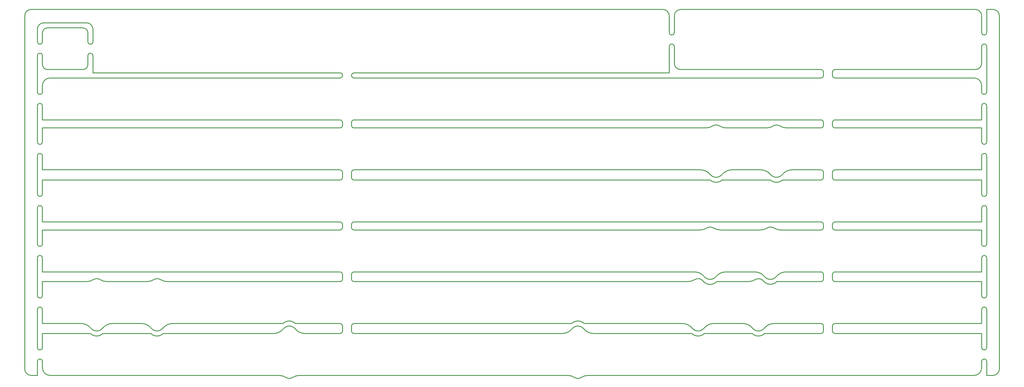
<source format=gbr>
%TF.GenerationSoftware,KiCad,Pcbnew,(6.0.5-0)*%
%TF.CreationDate,2023-01-21T22:01:54+08:00*%
%TF.ProjectId,main,6d61696e-2e6b-4696-9361-645f70636258,Prototype-V1*%
%TF.SameCoordinates,Original*%
%TF.FileFunction,Profile,NP*%
%FSLAX46Y46*%
G04 Gerber Fmt 4.6, Leading zero omitted, Abs format (unit mm)*
G04 Created by KiCad (PCBNEW (6.0.5-0)) date 2023-01-21 22:01:54*
%MOMM*%
%LPD*%
G01*
G04 APERTURE LIST*
%TA.AperFunction,Profile*%
%ADD10C,0.300000*%
%TD*%
G04 APERTURE END LIST*
D10*
X96277421Y-28085000D02*
X-21525000Y-28085000D01*
X-21025000Y30125000D02*
G75*
G03*
X-23525000Y27625000I0J-2500000D01*
G01*
X287727455Y-69498345D02*
G75*
G03*
X286727421Y-68498345I-1000055J-55D01*
G01*
X228667843Y32925000D02*
X228667843Y26319000D01*
X270515849Y-10705015D02*
G75*
G03*
X273197574Y-11485000I2681751J4220215D01*
G01*
X101865421Y-8300021D02*
G75*
G03*
X100865421Y-9300000I-21J-999979D01*
G01*
X352375000Y-98391338D02*
X352375000Y-83429332D01*
X100865421Y-89935332D02*
X100865421Y-91885332D01*
X-21525000Y-8300000D02*
X-21525000Y-2794000D01*
X235638668Y-92885332D02*
G75*
G03*
X240547832Y-92885332I2454582J2494999D01*
G01*
X-21525000Y-103979336D02*
G75*
G03*
X-23525000Y-103979337I-1000000J0D01*
G01*
X101865421Y-48713321D02*
G75*
G03*
X100865421Y-49713345I-21J-999979D01*
G01*
X-21525000Y-77841317D02*
X-21525000Y-72335332D01*
X260523048Y-68498345D02*
X249064452Y-68498345D01*
X-2486332Y-92885332D02*
G75*
G03*
X2422832Y-92885332I2454582J2494999D01*
G01*
X184291298Y-92885282D02*
G75*
G03*
X188171737Y-91038457I2J5000082D01*
G01*
X-26025000Y-109485332D02*
X-23525000Y-109485332D01*
X96277421Y-68498345D02*
X-21525000Y-68498345D01*
X-23525000Y22669000D02*
G75*
G03*
X-21525000Y22669000I1000000J0D01*
G01*
X350375000Y-92885332D02*
X350375000Y-98391349D01*
X101865421Y-32113345D02*
X242895483Y-32113345D01*
X264403487Y-70345220D02*
G75*
G03*
X269060013Y-70345220I2328263J1891875D01*
G01*
X97277421Y-69498345D02*
X97277421Y-71335332D01*
X245453815Y-72335332D02*
X258008676Y-72335332D01*
X-3525000Y22669000D02*
X-3525000Y26125000D01*
X350375000Y5300000D02*
G75*
G03*
X347375000Y8300000I-3000000J0D01*
G01*
X291315400Y-10485000D02*
G75*
G03*
X292315421Y-11485000I1000000J0D01*
G01*
X-3525000Y22669000D02*
G75*
G03*
X-1525000Y22669000I1000000J0D01*
G01*
X286727421Y-72335321D02*
G75*
G03*
X287727421Y-71335332I-21J1000021D01*
G01*
X101865421Y-72335332D02*
X234047169Y-72335332D01*
X69991298Y-92885282D02*
G75*
G03*
X73871737Y-91038457I2J5000082D01*
G01*
X25247115Y-71555321D02*
G75*
G03*
X27928824Y-72335332I2681685J4219821D01*
G01*
X100865455Y-31113345D02*
G75*
G03*
X101865421Y-32113345I999945J-55D01*
G01*
X-23525000Y-16991001D02*
G75*
G03*
X-21525000Y-16991000I1000000J3D01*
G01*
X352375000Y-37619340D02*
X352375000Y-22578999D01*
X242908738Y-29931874D02*
G75*
G03*
X239028298Y-28085000I-3880438J-3153126D01*
G01*
X263953743Y-72067143D02*
G75*
G03*
X260690392Y-71555332I-1922443J-1598057D01*
G01*
X-19525000Y11625000D02*
X-5525000Y11625000D01*
X196708702Y-92885332D02*
X235638668Y-92885332D01*
X96277421Y-48713345D02*
X-21525000Y-48713345D01*
X-21525000Y-83429332D02*
G75*
G03*
X-23525000Y-83429332I-1000000J0D01*
G01*
X97277421Y-89935332D02*
X97277421Y-91885332D01*
X287727421Y-89935332D02*
X287727421Y-91885332D01*
X189151306Y-110275332D02*
G75*
G03*
X191848694Y-110275332I1348694J2105001D01*
G01*
X231884548Y-88935332D02*
X192954582Y-88935332D01*
X268134614Y-51118335D02*
G75*
G03*
X270816324Y-51898345I2681686J4219835D01*
G01*
X291315421Y-31113288D02*
X291315421Y-29085000D01*
X-21525000Y-37619338D02*
X-21525000Y-32113345D01*
X352375000Y-83429332D02*
G75*
G03*
X350375000Y-83429332I-1000000J0D01*
G01*
X287727455Y-49713345D02*
G75*
G03*
X286727421Y-48713345I-1000055J-55D01*
G01*
X350375000Y-48713345D02*
X292315421Y-48713345D01*
X292315421Y-68498321D02*
G75*
G03*
X291315421Y-69498345I-21J-999979D01*
G01*
X-5525000Y28125000D02*
X-19525000Y28125000D01*
X241190919Y-11484972D02*
G75*
G03*
X243888306Y-10695000I81J4999872D01*
G01*
X-21525000Y26125000D02*
X-21525000Y22669000D01*
X352375000Y-22578999D02*
G75*
G03*
X350375000Y-22578999I-1000000J1D01*
G01*
X357375000Y32925000D02*
G75*
G03*
X354875000Y35425000I-2500000J0D01*
G01*
X350375000Y-43207342D02*
X350375000Y-48713345D01*
X292315421Y-92885332D02*
X350375000Y-92885332D01*
X1316944Y-71545332D02*
G75*
G03*
X-1380444Y-71545332I-1348694J-2105001D01*
G01*
X350375000Y-106485332D02*
X350375000Y-103979337D01*
X263953660Y-72067210D02*
G75*
G03*
X269271681Y-72335332I2778040J2226810D01*
G01*
X-3525000Y13625000D02*
X-3525000Y17081000D01*
X264423832Y-92885332D02*
X286727421Y-92885332D01*
X97277421Y-29085000D02*
X97277421Y-31113345D01*
X-23525000Y2794000D02*
X-23525000Y17081000D01*
X347875000Y35425000D02*
X231167843Y35425000D01*
X-21525000Y-103979336D02*
X-21525000Y-106485332D01*
X350375000Y26319000D02*
G75*
G03*
X352375000Y26318997I1000000J0D01*
G01*
X244301952Y-88935364D02*
G75*
G03*
X240421513Y-90782207I-152J-4999736D01*
G01*
X350375000Y2794005D02*
G75*
G03*
X352375000Y2793999I1000000J-5D01*
G01*
X239028298Y-28085000D02*
X101865421Y-28085000D01*
X228667843Y20731000D02*
G75*
G03*
X226667843Y20731000I-1000000J0D01*
G01*
X-1525000Y27625000D02*
G75*
G03*
X-4025000Y30125000I-2500000J0D01*
G01*
X265152426Y-11484992D02*
G75*
G03*
X267834142Y-10705000I74J4999792D01*
G01*
X26298832Y-92885332D02*
X69991298Y-92885332D01*
X287727421Y-9300000D02*
X287727421Y-10485000D01*
X287727421Y-29085000D02*
X287727421Y-31113097D01*
X259514668Y-92885332D02*
G75*
G03*
X264423832Y-92885332I2454582J2494999D01*
G01*
X-23525000Y22669000D02*
X-23525000Y27625000D01*
X350375000Y32925000D02*
G75*
G03*
X347875000Y35425000I-2500000J0D01*
G01*
X352375000Y-109485332D02*
X354875000Y-109485332D01*
X96277421Y-51898321D02*
G75*
G03*
X97277421Y-50898345I-21J1000021D01*
G01*
X-21025000Y30125000D02*
X-4025000Y30125000D01*
X286727421Y-48713345D02*
X101865421Y-48713345D01*
X292315421Y11625000D02*
X347875000Y11625000D01*
X80246081Y-109485332D02*
X186453919Y-109485332D01*
X352375000Y-103979341D02*
G75*
G03*
X350375000Y-103979337I-1000000J41D01*
G01*
X238809669Y-51898327D02*
G75*
G03*
X241507056Y-51108345I-69J5000327D01*
G01*
X292315421Y-11485000D02*
X350375000Y-11485000D01*
X354875000Y35425000D02*
X352375000Y35425000D01*
X-21525000Y-2794000D02*
G75*
G03*
X-23525000Y-2794000I-1000000J0D01*
G01*
X-21525000Y-43207332D02*
G75*
G03*
X-23525000Y-43207342I-1000000J-4D01*
G01*
X287727468Y-89935332D02*
G75*
G03*
X286727421Y-88935332I-1000068J-68D01*
G01*
X100865421Y-29085000D02*
X100865421Y-31113345D01*
X-21525000Y-106485332D02*
G75*
G03*
X-18525000Y-109485332I3000001J1D01*
G01*
X-1525000Y17081000D02*
X-1525000Y10300000D01*
X-21525000Y-68498345D02*
X-21525000Y-62992340D01*
X96277421Y8300001D02*
G75*
G03*
X96277421Y10299999I-21J999999D01*
G01*
X286727438Y-32113121D02*
G75*
G03*
X287727421Y-31113097I-38J1000021D01*
G01*
X244204457Y-51108325D02*
G75*
G03*
X246901831Y-51898345I2697343J4209725D01*
G01*
X291315421Y-69498345D02*
X291315421Y-71335332D01*
X352375000Y-62992340D02*
G75*
G03*
X350375000Y-62992333I-1000000J40D01*
G01*
X-19525000Y28125000D02*
G75*
G03*
X-21525000Y26125000I-1J-1999999D01*
G01*
X-23525000Y-109485332D02*
X-23525000Y-103979337D01*
X-23525000Y-37619343D02*
G75*
G03*
X-21525000Y-37619338I1000000J4D01*
G01*
X354875000Y-109485400D02*
G75*
G03*
X357375000Y-106985332I-100J2500100D01*
G01*
X291315412Y-31113288D02*
G75*
G03*
X292315420Y-32113288I999988J-12D01*
G01*
X101865421Y-11485000D02*
X241190919Y-11485000D01*
X-21525000Y-88935332D02*
X-21525000Y-83429332D01*
X352375000Y20731000D02*
X352375000Y2793999D01*
X242895483Y-32113345D02*
G75*
G03*
X247578517Y-32113345I2341517J2495002D01*
G01*
X352375000Y-57404358D02*
X352375000Y-43207332D01*
X100865421Y-49713345D02*
X100865421Y-50898345D01*
X-21525000Y-98391340D02*
X-21525000Y-92885332D01*
X352375000Y-77841315D02*
X352375000Y-62992340D01*
X240064518Y-72112658D02*
G75*
G03*
X245453815Y-72335332I2791282J2227458D01*
G01*
X350375000Y-2794001D02*
X350375000Y-8300000D01*
X251445702Y-28085001D02*
G75*
G03*
X247565263Y-29931875I-2J-4999999D01*
G01*
X194546081Y-109485332D02*
X347375000Y-109485332D01*
X350375000Y-11485000D02*
X350375000Y-16991001D01*
X235764974Y-90782217D02*
G75*
G03*
X231884548Y-88935332I-3880574J-3153383D01*
G01*
X287727400Y-9300000D02*
G75*
G03*
X286727421Y-8300000I-1000000J0D01*
G01*
X100865421Y-9300000D02*
X100865421Y-10485000D01*
X-21525000Y17081000D02*
X-21525000Y13625000D01*
X242908737Y-29931875D02*
G75*
G03*
X247565263Y-29931875I2328263J1891875D01*
G01*
X231167843Y11625000D02*
X286727421Y11625000D01*
X287727421Y10625000D02*
X287727421Y9300000D01*
X-5525000Y11625000D02*
G75*
G03*
X-3525000Y13625000I1J1999999D01*
G01*
X-1525000Y10300000D02*
X96277421Y10299999D01*
X270515858Y-10705000D02*
G75*
G03*
X267834142Y-10705000I-1340858J-2110000D01*
G01*
X350375000Y-16991001D02*
G75*
G03*
X352375000Y-16990999I1000000J1D01*
G01*
X350375000Y-98391349D02*
G75*
G03*
X352375000Y-98391338I1000000J49D01*
G01*
X270816324Y-51898345D02*
X286727421Y-51898345D01*
X292315421Y-72335332D02*
X350375000Y-72335332D01*
X-21525000Y-62992340D02*
G75*
G03*
X-23525000Y-62992341I-1000000J0D01*
G01*
X292315421Y-51898345D02*
X350375000Y-51898345D01*
X19883676Y-72335337D02*
G75*
G03*
X22565392Y-71555332I-76J5000237D01*
G01*
X-18525000Y-109485332D02*
X72153919Y-109485332D01*
X246585691Y-10695005D02*
G75*
G03*
X249283081Y-11485000I2697409J4210105D01*
G01*
X291315468Y-91885332D02*
G75*
G03*
X292315421Y-92885332I999932J-68D01*
G01*
X100865421Y-69498345D02*
X100865421Y-71335332D01*
X97277455Y-49713345D02*
G75*
G03*
X96277421Y-48713345I-1000055J-55D01*
G01*
X-1525000Y27625000D02*
X-1525000Y22669000D01*
X286727421Y8299979D02*
G75*
G03*
X287727421Y9300000I-21J1000021D01*
G01*
X350375000Y-77841333D02*
G75*
G03*
X352375000Y-77841315I1000000J33D01*
G01*
X352375000Y-43207332D02*
G75*
G03*
X350375000Y-43207342I-1000000J32D01*
G01*
X235764987Y-90782207D02*
G75*
G03*
X240421513Y-90782207I2328263J1891875D01*
G01*
X291315421Y-49713345D02*
X291315421Y-50898345D01*
X30052952Y-88935332D02*
G75*
G03*
X26172513Y-90782207I-2J-4999998D01*
G01*
X21515987Y-90782207D02*
G75*
G03*
X17635548Y-88935332I-3880437J-3153123D01*
G01*
X4014331Y-72335332D02*
X19883676Y-72335332D01*
X275321702Y-28085001D02*
G75*
G03*
X271441263Y-29931875I-2J-4999999D01*
G01*
X352375000Y-16990999D02*
X352375000Y-2794001D01*
X286727421Y-8300000D02*
X101865421Y-8300000D01*
X101865421Y10300000D02*
X226667843Y10300000D01*
X192828282Y-91038442D02*
G75*
G03*
X196708702Y-92885332I3880418J3153042D01*
G01*
X100865455Y-50898345D02*
G75*
G03*
X101865421Y-51898345I999945J-55D01*
G01*
X73745418Y-88935332D02*
X30052952Y-88935332D01*
X350375000Y-68498345D02*
X292315421Y-68498345D01*
X97277421Y-9300000D02*
X97277421Y-10485000D01*
X262904298Y-28085000D02*
X251445702Y-28085000D01*
X74851315Y-110275318D02*
G75*
G03*
X72153919Y-109485332I-2697415J-4210182D01*
G01*
X-23525000Y2794000D02*
G75*
G03*
X-21525000Y2793999I1000000J0D01*
G01*
X-23525000Y-43207342D02*
X-23525000Y-57404350D01*
X262771176Y-51898348D02*
G75*
G03*
X265452892Y-51118345I-76J5000248D01*
G01*
X352375000Y-103979341D02*
X352375000Y-109485332D01*
X268134608Y-51118345D02*
G75*
G03*
X265452892Y-51118345I-1340858J-2110000D01*
G01*
X-28525000Y-106985332D02*
G75*
G03*
X-26025000Y-109485332I2500000J0D01*
G01*
X-21525000Y13625000D02*
G75*
G03*
X-19525000Y11625000I1999999J-1D01*
G01*
X287727400Y-29085000D02*
G75*
G03*
X286727421Y-28085000I-1000000J0D01*
G01*
X-21525000Y-72335332D02*
X-4077831Y-72335332D01*
X286727421Y-11485021D02*
G75*
G03*
X287727421Y-10485000I-21J1000021D01*
G01*
X101865421Y-92885332D02*
X184291298Y-92885332D01*
X-3525000Y26125000D02*
G75*
G03*
X-5525000Y28125000I-1999999J1D01*
G01*
X350375000Y26319000D02*
X350375000Y32925000D01*
X97277455Y-69498345D02*
G75*
G03*
X96277421Y-68498345I-1000055J-55D01*
G01*
X228667900Y14125000D02*
G75*
G03*
X231167843Y11625000I2499900J-100D01*
G01*
X292315421Y-28085021D02*
G75*
G03*
X291315421Y-29085000I-21J-999979D01*
G01*
X350375000Y-72335332D02*
X350375000Y-77841333D01*
X286727421Y-51898321D02*
G75*
G03*
X287727421Y-50898345I-21J1000021D01*
G01*
X80246081Y-109485339D02*
G75*
G03*
X77548694Y-110275332I-81J-4999761D01*
G01*
X272940452Y-68498372D02*
G75*
G03*
X269060013Y-70345220I-152J-4999728D01*
G01*
X27928824Y-72335332D02*
X96277421Y-72335332D01*
X247578517Y-32113345D02*
X266771483Y-32113345D01*
X101865421Y-68498321D02*
G75*
G03*
X100865421Y-69498345I-21J-999979D01*
G01*
X192954582Y-88935332D02*
G75*
G03*
X188045418Y-88935332I-2454582J-2494999D01*
G01*
X246585694Y-10695000D02*
G75*
G03*
X243888306Y-10695000I-1348694J-2105001D01*
G01*
X97277468Y-89935332D02*
G75*
G03*
X96277421Y-88935332I-1000068J-68D01*
G01*
X97277400Y-9300000D02*
G75*
G03*
X96277421Y-8300000I-1000000J0D01*
G01*
X82408702Y-92885332D02*
X96277421Y-92885332D01*
X350375000Y14125000D02*
X350375000Y20731000D01*
X287727421Y-50898345D02*
X287727421Y-49713345D01*
X286727421Y8300000D02*
X101865422Y8299999D01*
X226667843Y26318996D02*
X226667843Y32925000D01*
X347875000Y11625000D02*
G75*
G03*
X350375000Y14125000I0J2500000D01*
G01*
X78528282Y-91038442D02*
G75*
G03*
X82408702Y-92885332I3880418J3153042D01*
G01*
X273197574Y-11485000D02*
X286727421Y-11485000D01*
X291315400Y9300000D02*
G75*
G03*
X292315421Y8300000I1000000J0D01*
G01*
X226667900Y32925000D02*
G75*
G03*
X224167843Y35425000I-2500100J-100D01*
G01*
X226667757Y26318996D02*
G75*
G03*
X228667843Y26319000I1000043J4D01*
G01*
X286727421Y-88935332D02*
X268177952Y-88935332D01*
X96277421Y8300000D02*
X-18525000Y8300000D01*
X292315421Y-8300021D02*
G75*
G03*
X291315421Y-9300000I-21J-999979D01*
G01*
X-23525000Y-62992341D02*
X-23525000Y-77841333D01*
X268177952Y-88935364D02*
G75*
G03*
X264297513Y-90782207I-152J-4999736D01*
G01*
X21515987Y-90782207D02*
G75*
G03*
X26172513Y-90782207I2328263J1891875D01*
G01*
X350375000Y-88935332D02*
X292315421Y-88935332D01*
X-23525000Y-2794000D02*
X-23525000Y-16991001D01*
X-21525000Y-32113345D02*
X96277421Y-32113345D01*
X100865468Y-71335332D02*
G75*
G03*
X101865421Y-72335332I999932J-68D01*
G01*
X-6240452Y-88935332D02*
X-21525000Y-88935332D01*
X-2360013Y-90782207D02*
G75*
G03*
X-6240452Y-88935332I-3880437J-3153122D01*
G01*
X244204444Y-51108345D02*
G75*
G03*
X241507056Y-51108345I-1348694J-2105001D01*
G01*
X352375000Y20731000D02*
G75*
G03*
X350375000Y20731000I-1000000J0D01*
G01*
X350375000Y-83429332D02*
X350375000Y-88935332D01*
X292315421Y-88935321D02*
G75*
G03*
X291315421Y-89935332I-21J-999979D01*
G01*
X96277421Y-8300000D02*
X-21525000Y-8300000D01*
X224167843Y35425000D02*
X-26025000Y35425000D01*
X-23525000Y-83429332D02*
X-23525000Y-98391349D01*
X101865421Y-28085021D02*
G75*
G03*
X100865421Y-29085000I-21J-999979D01*
G01*
X287727400Y10625000D02*
G75*
G03*
X286727421Y11625000I-1000000J0D01*
G01*
X96277421Y-88935332D02*
X78654582Y-88935332D01*
X269271681Y-72335332D02*
X286727421Y-72335332D01*
X350375000Y-57404350D02*
G75*
G03*
X352375000Y-57404358I1000000J-50D01*
G01*
X74851306Y-110275332D02*
G75*
G03*
X77548694Y-110275332I1348694J2105001D01*
G01*
X292315421Y-48713321D02*
G75*
G03*
X291315421Y-49713345I-21J-999979D01*
G01*
X350375000Y-8300000D02*
X292315421Y-8300000D01*
X350375000Y-51898345D02*
X350375000Y-57404350D01*
X-26025000Y35425000D02*
G75*
G03*
X-28525000Y32925000I0J-2500000D01*
G01*
X271454517Y-32113345D02*
X286727438Y-32113097D01*
X-21525000Y5300000D02*
X-21525000Y2793999D01*
X350375000Y-37619343D02*
G75*
G03*
X352375000Y-37619340I1000000J43D01*
G01*
X-21525000Y-16991000D02*
X-21525000Y-11485000D01*
X291315421Y-9300000D02*
X291315421Y-10485000D01*
X189151315Y-110275318D02*
G75*
G03*
X186453919Y-109485332I-2697415J-4210182D01*
G01*
X96277421Y-32113321D02*
G75*
G03*
X97277421Y-31113345I-21J1000021D01*
G01*
X6176952Y-88935332D02*
G75*
G03*
X2296513Y-90782207I-2J-4999998D01*
G01*
X96277421Y-72335321D02*
G75*
G03*
X97277421Y-71335332I-21J1000021D01*
G01*
X-28525000Y32925000D02*
X-28525000Y-106985332D01*
X259640974Y-90782217D02*
G75*
G03*
X255760548Y-88935332I-3880574J-3153383D01*
G01*
X226667843Y10300000D02*
X226667843Y20731000D01*
X291315455Y-50898345D02*
G75*
G03*
X292315421Y-51898345I999945J-55D01*
G01*
X97277400Y-29085000D02*
G75*
G03*
X96277421Y-28085000I-1000000J0D01*
G01*
X96277421Y-92885321D02*
G75*
G03*
X97277421Y-91885332I-21J1000021D01*
G01*
X286727421Y-68498345D02*
X272940452Y-68498345D01*
X-23525000Y-98391349D02*
G75*
G03*
X-21525000Y-98391340I1000000J5D01*
G01*
X-1525000Y17081000D02*
G75*
G03*
X-3525000Y17081000I-1000000J0D01*
G01*
X266771483Y-32113345D02*
G75*
G03*
X271454517Y-32113345I2341517J2495002D01*
G01*
X240064494Y-72112678D02*
G75*
G03*
X236744556Y-71545332I-1971194J-1537522D01*
G01*
X-18525000Y8300000D02*
G75*
G03*
X-21525000Y5300000I1J-3000001D01*
G01*
X21389668Y-92885332D02*
G75*
G03*
X26298832Y-92885332I2454582J2494999D01*
G01*
X240527471Y-70345233D02*
G75*
G03*
X236647048Y-68498345I-3880571J-3153367D01*
G01*
X291315421Y-91885332D02*
X291315421Y-89935332D01*
X-21525000Y-48713345D02*
X-21525000Y-43207332D01*
X2422832Y-92885332D02*
X21389668Y-92885332D01*
X350375000Y-28085000D02*
X292315421Y-28085000D01*
X-21525000Y-28085000D02*
X-21525000Y-22578990D01*
X236647048Y-68498345D02*
X101865421Y-68498345D01*
X255760548Y-88935332D02*
X244301952Y-88935332D01*
X-23525000Y-22578991D02*
X-23525000Y-37619343D01*
X194546081Y-109485339D02*
G75*
G03*
X191848694Y-110275332I-81J-4999761D01*
G01*
X357375000Y-106985332D02*
X357375000Y32925000D01*
X350375000Y-32113345D02*
X350375000Y-37619343D01*
X350375000Y-22578999D02*
X350375000Y-28085000D01*
X286727421Y-92885321D02*
G75*
G03*
X287727421Y-91885332I-21J1000021D01*
G01*
X292315420Y-32113288D02*
X350375000Y-32113345D01*
X240527487Y-70345220D02*
G75*
G03*
X245184013Y-70345220I2328263J1891875D01*
G01*
X100865400Y-10485000D02*
G75*
G03*
X101865421Y-11485000I1000000J0D01*
G01*
X264403471Y-70345233D02*
G75*
G03*
X260523048Y-68498345I-3880571J-3153367D01*
G01*
X291315468Y-71335332D02*
G75*
G03*
X292315421Y-72335332I999932J-68D01*
G01*
X246901831Y-51898345D02*
X262771176Y-51898345D01*
X-23525000Y-77841333D02*
G75*
G03*
X-21525000Y-77841317I1000000J8D01*
G01*
X78528263Y-91038457D02*
G75*
G03*
X73871737Y-91038457I-2328263J-1891875D01*
G01*
X1316945Y-71545330D02*
G75*
G03*
X4014331Y-72335332I2697385J4209980D01*
G01*
X-21525000Y-92885332D02*
X-2486332Y-92885332D01*
X25247108Y-71555332D02*
G75*
G03*
X22565392Y-71555332I-1340858J-2110000D01*
G01*
X-23525000Y-57404350D02*
G75*
G03*
X-21525000Y-57404351I1000000J-1D01*
G01*
X-21525000Y-11485000D02*
X96277421Y-11485000D01*
X258008676Y-72335337D02*
G75*
G03*
X260690392Y-71555332I-76J5000237D01*
G01*
X101865421Y10300001D02*
G75*
G03*
X101865422Y8299999I-21J-1000001D01*
G01*
X97277421Y-49713345D02*
X97277421Y-50898345D01*
X287727421Y-69498345D02*
X287727421Y-71335332D01*
X78654582Y-88935332D02*
G75*
G03*
X73745418Y-88935332I-2454582J-2494999D01*
G01*
X188045418Y-88935332D02*
X101865421Y-88935332D01*
X249283081Y-11485000D02*
X265152426Y-11485000D01*
X100865468Y-91885332D02*
G75*
G03*
X101865421Y-92885332I999932J-68D01*
G01*
X96277421Y-11485021D02*
G75*
G03*
X97277421Y-10485000I-21J1000021D01*
G01*
X-21525000Y-22578999D02*
G75*
G03*
X-23525000Y-22578991I-1000000J6D01*
G01*
X347375000Y-109485400D02*
G75*
G03*
X350375000Y-106485332I-100J3000100D01*
G01*
X-21525000Y17081000D02*
G75*
G03*
X-23525000Y17081000I-1000000J0D01*
G01*
X266784738Y-29931874D02*
G75*
G03*
X262904298Y-28085000I-3880438J-3153126D01*
G01*
X-21525000Y-57404351D02*
X-21525000Y-51898345D01*
X192828263Y-91038457D02*
G75*
G03*
X188171737Y-91038457I-2328263J-1891875D01*
G01*
X292315421Y11624979D02*
G75*
G03*
X291315421Y10625000I-21J-999979D01*
G01*
X259640987Y-90782207D02*
G75*
G03*
X264297513Y-90782207I2328263J1891875D01*
G01*
X350375000Y2794005D02*
X350375000Y5300000D01*
X286727421Y-28085000D02*
X275321702Y-28085000D01*
X-2360013Y-90782207D02*
G75*
G03*
X2296513Y-90782207I2328263J1891875D01*
G01*
X234047169Y-72335316D02*
G75*
G03*
X236744556Y-71545332I-69J5000316D01*
G01*
X101865421Y-88935321D02*
G75*
G03*
X100865421Y-89935332I-21J-999979D01*
G01*
X-21525000Y-51898345D02*
X96277421Y-51898345D01*
X101865421Y-51898345D02*
X238809669Y-51898345D01*
X240547832Y-92885332D02*
X259514668Y-92885332D01*
X231167843Y35425057D02*
G75*
G03*
X228667843Y32925000I57J-2500057D01*
G01*
X352375000Y35425000D02*
X352375000Y26318997D01*
X352375000Y-2794001D02*
G75*
G03*
X350375000Y-2794001I-1000000J0D01*
G01*
X347375000Y8300000D02*
X292315421Y8300000D01*
X-4077831Y-72335332D02*
G75*
G03*
X-1380444Y-71545332I-1J5000001D01*
G01*
X228667843Y20731000D02*
X228667843Y14125000D01*
X350375000Y-62992333D02*
X350375000Y-68498345D01*
X249064452Y-68498372D02*
G75*
G03*
X245184013Y-70345220I-152J-4999728D01*
G01*
X266784737Y-29931875D02*
G75*
G03*
X271441263Y-29931875I2328263J1891875D01*
G01*
X17635548Y-88935332D02*
X6176952Y-88935332D01*
X291315421Y10625000D02*
X291315421Y9300000D01*
M02*

</source>
